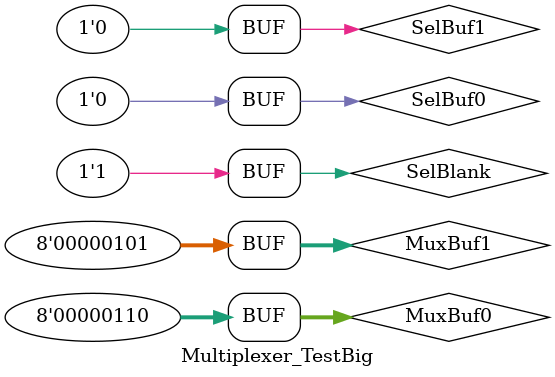
<source format=v>
module Multiplexer_TestBig;
wire[7:0] FrameIn;
reg[7:0] MuxBuf0;
reg[7:0] MuxBuf1;
reg SelBuf0,SelBlank,SelBuf1;
Bigmux m1(FrameIn,SelBuf0,SelBlank,SelBuf1,MuxBuf0,MuxBuf1);
initial
begin
#10
MuxBuf0=8'b110;
MuxBuf1=8'b101;
#10
SelBuf0=1;
SelBuf1=0;
SelBlank=0;
#10
SelBuf0=0;
SelBuf1=1;
SelBlank=0;
#10
SelBuf0=0;
SelBuf1=0;
SelBlank=1;
end
endmodule

</source>
